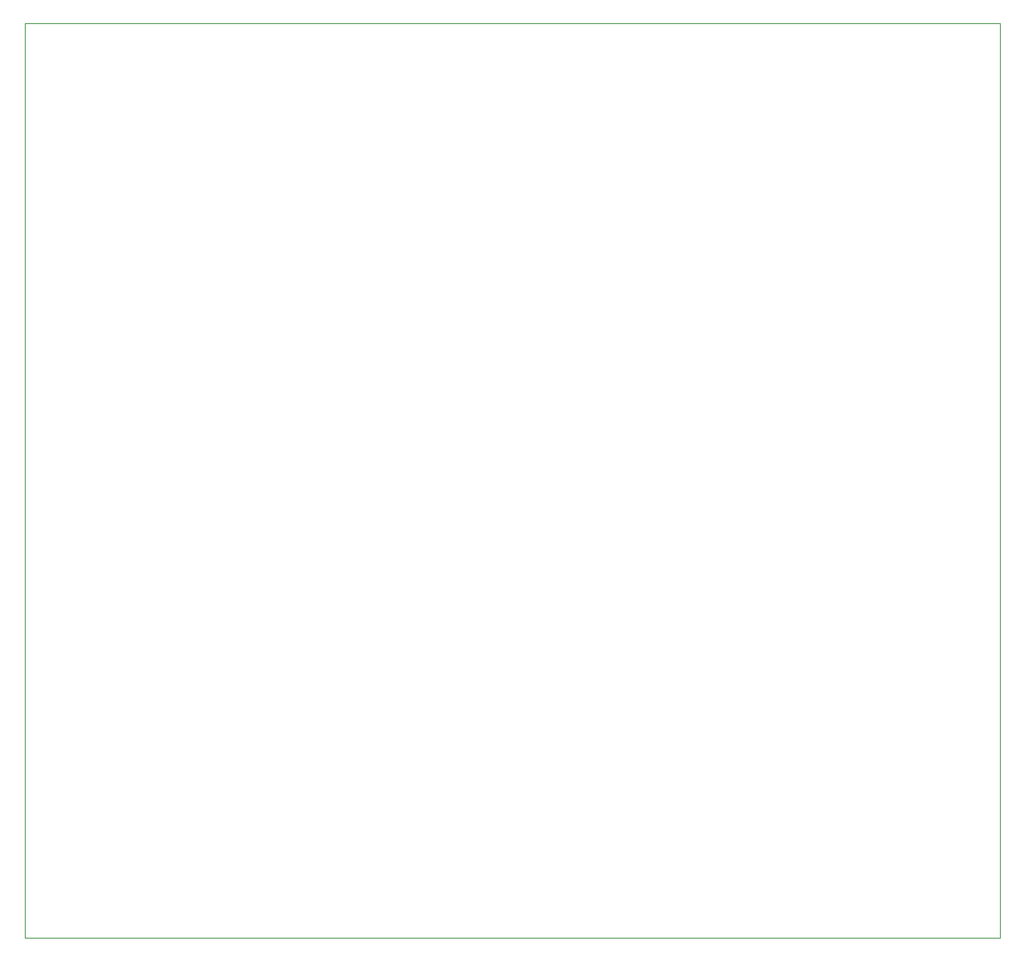
<source format=gbr>
%TF.GenerationSoftware,Altium Limited,Altium Designer,23.0.1 (38)*%
G04 Layer_Color=0*
%FSLAX26Y26*%
%MOIN*%
%TF.SameCoordinates,CFC2B011-0ACB-40EE-8827-5318C0CA6053*%
%TF.FilePolarity,Positive*%
%TF.FileFunction,Profile,NP*%
%TF.Part,Single*%
G01*
G75*
%TA.AperFunction,Profile*%
%ADD85C,0.001000*%
D85*
X1000000Y3440000D02*
X5055000D01*
Y7245000D01*
X1000000D01*
Y3440000D01*
%TF.MD5,0dfa899b28bed78a79c5ad538e5db7be*%
M02*

</source>
